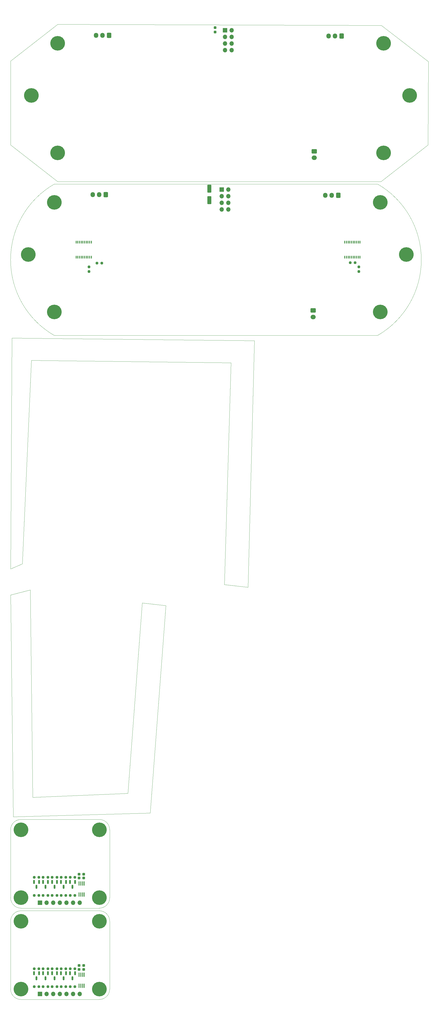
<source format=gbr>
%TF.GenerationSoftware,KiCad,Pcbnew,7.0.6-7.0.6~ubuntu20.04.1*%
%TF.CreationDate,2023-07-11T09:35:53+02:00*%
%TF.ProjectId,output_panel2023-07-11_073542.8350490000,6f757470-7574-45f7-9061-6e656c323032,rev?*%
%TF.SameCoordinates,Original*%
%TF.FileFunction,Soldermask,Bot*%
%TF.FilePolarity,Negative*%
%FSLAX45Y45*%
G04 Gerber Fmt 4.5, Leading zero omitted, Abs format (unit mm)*
G04 Created by KiCad (PCBNEW 7.0.6-7.0.6~ubuntu20.04.1) date 2023-07-11 09:35:53*
%MOMM*%
%LPD*%
G01*
G04 APERTURE LIST*
G04 Aperture macros list*
%AMRoundRect*
0 Rectangle with rounded corners*
0 $1 Rounding radius*
0 $2 $3 $4 $5 $6 $7 $8 $9 X,Y pos of 4 corners*
0 Add a 4 corners polygon primitive as box body*
4,1,4,$2,$3,$4,$5,$6,$7,$8,$9,$2,$3,0*
0 Add four circle primitives for the rounded corners*
1,1,$1+$1,$2,$3*
1,1,$1+$1,$4,$5*
1,1,$1+$1,$6,$7*
1,1,$1+$1,$8,$9*
0 Add four rect primitives between the rounded corners*
20,1,$1+$1,$2,$3,$4,$5,0*
20,1,$1+$1,$4,$5,$6,$7,0*
20,1,$1+$1,$6,$7,$8,$9,0*
20,1,$1+$1,$8,$9,$2,$3,0*%
G04 Aperture macros list end*
%TA.AperFunction,Profile*%
%ADD10C,0.050000*%
%TD*%
%TA.AperFunction,Profile*%
%ADD11C,0.100000*%
%TD*%
%ADD12R,1.700000X1.700000*%
%ADD13O,1.700000X1.700000*%
%ADD14RoundRect,0.250000X0.600000X0.725000X-0.600000X0.725000X-0.600000X-0.725000X0.600000X-0.725000X0*%
%ADD15O,1.700000X1.950000*%
%ADD16C,5.600000*%
%ADD17RoundRect,0.237500X-0.250000X-0.237500X0.250000X-0.237500X0.250000X0.237500X-0.250000X0.237500X0*%
%ADD18RoundRect,0.237500X0.300000X0.237500X-0.300000X0.237500X-0.300000X-0.237500X0.300000X-0.237500X0*%
%ADD19RoundRect,0.250000X-0.750000X0.600000X-0.750000X-0.600000X0.750000X-0.600000X0.750000X0.600000X0*%
%ADD20O,2.000000X1.700000*%
%ADD21R,0.400000X1.000000*%
%ADD22RoundRect,0.150000X-0.150000X0.587500X-0.150000X-0.587500X0.150000X-0.587500X0.150000X0.587500X0*%
%ADD23RoundRect,0.100000X-0.100000X0.712500X-0.100000X-0.712500X0.100000X-0.712500X0.100000X0.712500X0*%
%ADD24RoundRect,0.237500X-0.237500X0.300000X-0.237500X-0.300000X0.237500X-0.300000X0.237500X0.300000X0*%
%ADD25RoundRect,0.237500X0.237500X-0.250000X0.237500X0.250000X-0.237500X0.250000X-0.237500X-0.250000X0*%
%ADD26RoundRect,0.237500X0.250000X0.237500X-0.250000X0.237500X-0.250000X-0.237500X0.250000X-0.237500X0*%
%ADD27RoundRect,0.250000X-0.550000X1.250000X-0.550000X-1.250000X0.550000X-1.250000X0.550000X1.250000X0*%
G04 APERTURE END LIST*
D10*
X4549997Y-29518003D02*
X899996Y-29668003D01*
D11*
X1723822Y-6170000D02*
X14123822Y-6170000D01*
D10*
X9149999Y-21619997D02*
X8249999Y-21519997D01*
D11*
X3450000Y-33917982D02*
G75*
G03*
X3850000Y-33517982I0J400000D01*
G01*
X50000Y-1450000D02*
X1850000Y-50000D01*
D10*
X8249999Y-21519997D02*
X8499999Y-13019997D01*
X49996Y-21918003D02*
X149997Y-30418003D01*
D11*
X16050000Y-4670000D02*
X14250000Y-6070000D01*
X50000Y-37017982D02*
G75*
G03*
X450000Y-37417982I400000J0D01*
G01*
D10*
X1723822Y-6170000D02*
G75*
G03*
X1723822Y-11970000I1674316J-2900000D01*
G01*
D11*
X3849998Y-34417982D02*
G75*
G03*
X3450000Y-34017982I-399998J2D01*
G01*
D10*
X9399999Y-12169997D02*
X9149999Y-21619997D01*
D11*
X14250000Y-6070000D02*
X1850000Y-6070000D01*
D10*
X5999996Y-22318003D02*
X5099997Y-22218003D01*
D11*
X1850000Y-50000D02*
X14270000Y-90000D01*
X450000Y-30517982D02*
G75*
G03*
X50000Y-30917982I0J-400000D01*
G01*
X3849998Y-30917982D02*
G75*
G03*
X3450000Y-30517982I-399998J2D01*
G01*
X3450000Y-37417982D02*
X450000Y-37417982D01*
X450000Y-34017982D02*
G75*
G03*
X50000Y-34417982I0J-400000D01*
G01*
D10*
X8499999Y-13019997D02*
X849999Y-12919997D01*
D11*
X50000Y-33517982D02*
G75*
G03*
X450000Y-33917982I400000J0D01*
G01*
D10*
X14123822Y-11970000D02*
G75*
G03*
X14123822Y-6170000I-1674316J2900000D01*
G01*
X499999Y-20719997D02*
X49999Y-20919997D01*
D11*
X3450000Y-33917982D02*
X450000Y-33917982D01*
X14270000Y-90000D02*
X16070000Y-1480000D01*
D10*
X49999Y-20919997D02*
X99999Y-12069997D01*
D11*
X3450000Y-37417982D02*
G75*
G03*
X3850000Y-37017982I0J400000D01*
G01*
X450000Y-30517982D02*
X3450000Y-30517982D01*
D10*
X99999Y-12069997D02*
X9399999Y-12169997D01*
X5399997Y-30268003D02*
X5999996Y-22318003D01*
X799996Y-21718003D02*
X49996Y-21918003D01*
X149997Y-30418003D02*
X5399997Y-30268003D01*
D11*
X50000Y-37017982D02*
X50000Y-34417982D01*
X16070000Y-1480000D02*
X16050000Y-4670000D01*
D10*
X899996Y-29668003D02*
X799996Y-21718003D01*
D11*
X1723822Y-11970000D02*
X14123822Y-11970000D01*
D10*
X849999Y-12919997D02*
X499999Y-20719997D01*
D11*
X3850000Y-30917982D02*
X3850000Y-33517982D01*
X3850000Y-34417982D02*
X3850000Y-37017982D01*
X1850000Y-6070000D02*
X50000Y-4670000D01*
D10*
X5099997Y-22218003D02*
X4549997Y-29518003D01*
D11*
X450000Y-34017982D02*
X3450000Y-34017982D01*
X50000Y-4670000D02*
X50000Y-1450000D01*
X50000Y-33517982D02*
X50000Y-30917982D01*
D12*
X1175000Y-37207982D03*
D13*
X1429000Y-37207982D03*
X1683000Y-37207982D03*
X1937000Y-37207982D03*
X2191000Y-37207982D03*
X2445000Y-37207982D03*
X2699000Y-37207982D03*
D14*
X12614222Y-6596200D03*
D15*
X12364222Y-6596200D03*
X12114222Y-6596200D03*
D14*
X3825000Y-472500D03*
D15*
X3575000Y-472500D03*
X3325000Y-472500D03*
D16*
X14223822Y-6870000D03*
X450000Y-37017982D03*
X450000Y-30917982D03*
X15223822Y-8870000D03*
X3450000Y-34417982D03*
X3450000Y-37017982D03*
X450000Y-33517982D03*
X1723822Y-6870000D03*
X3450000Y-33517982D03*
X3450000Y-30917982D03*
X1850000Y-770000D03*
X723822Y-8870000D03*
X850000Y-2770000D03*
D14*
X12740400Y-496200D03*
D15*
X12490400Y-496200D03*
X12240400Y-496200D03*
D14*
X3698822Y-6572500D03*
D15*
X3448822Y-6572500D03*
X3198822Y-6572500D03*
D16*
X14223822Y-11070000D03*
X15350000Y-2770000D03*
X1723822Y-11070000D03*
D12*
X8143822Y-6376000D03*
D13*
X8397822Y-6376000D03*
X8143822Y-6630000D03*
X8397822Y-6630000D03*
X8143822Y-6884000D03*
X8397822Y-6884000D03*
X8143822Y-7138000D03*
X8397822Y-7138000D03*
D16*
X14350000Y-4970000D03*
D12*
X8270000Y-276000D03*
D13*
X8524000Y-276000D03*
X8270000Y-530000D03*
X8524000Y-530000D03*
X8270000Y-784000D03*
X8524000Y-784000D03*
X8270000Y-1038000D03*
X8524000Y-1038000D03*
D16*
X14350000Y-770000D03*
X450000Y-34417982D03*
D12*
X1175000Y-33707982D03*
D13*
X1429000Y-33707982D03*
X1683000Y-33707982D03*
X1937000Y-33707982D03*
X2191000Y-33707982D03*
X2445000Y-33707982D03*
X2699000Y-33707982D03*
D16*
X1850000Y-4970000D03*
D17*
X13073572Y-9180000D03*
X13256072Y-9180000D03*
D18*
X2851250Y-36112982D03*
X2678750Y-36112982D03*
D17*
X1643750Y-33427982D03*
X1826250Y-33427982D03*
X1643750Y-32737982D03*
X1826250Y-32737982D03*
X1298750Y-36237982D03*
X1481250Y-36237982D03*
D19*
X11690000Y-4910000D03*
D20*
X11690000Y-5160000D03*
D18*
X2851250Y-32762982D03*
X2678750Y-32762982D03*
D17*
X1298750Y-32737982D03*
X1481250Y-32737982D03*
X2333750Y-32737982D03*
X2516250Y-32737982D03*
D21*
X13447322Y-8970000D03*
X13382322Y-8970000D03*
X13317322Y-8970000D03*
X13252322Y-8970000D03*
X13187322Y-8970000D03*
X13122322Y-8970000D03*
X13057322Y-8970000D03*
X12992322Y-8970000D03*
X12927322Y-8970000D03*
X12862322Y-8970000D03*
X12862322Y-8390000D03*
X12927322Y-8390000D03*
X12992322Y-8390000D03*
X13057322Y-8390000D03*
X13122322Y-8390000D03*
X13187322Y-8390000D03*
X13252322Y-8390000D03*
X13317322Y-8390000D03*
X13382322Y-8390000D03*
X13447322Y-8390000D03*
D17*
X1643750Y-36237982D03*
X1826250Y-36237982D03*
D22*
X950000Y-36414232D03*
X1140000Y-36414232D03*
X1045000Y-36601732D03*
D17*
X1988750Y-36237982D03*
X2171250Y-36237982D03*
D23*
X2678750Y-36471732D03*
X2743750Y-36471732D03*
X2808750Y-36471732D03*
X2873750Y-36471732D03*
X2873750Y-36894232D03*
X2808750Y-36894232D03*
X2743750Y-36894232D03*
X2678750Y-36894232D03*
D22*
X1295000Y-36414232D03*
X1485000Y-36414232D03*
X1390000Y-36601732D03*
D17*
X2333750Y-36927982D03*
X2516250Y-36927982D03*
X2333750Y-36237982D03*
X2516250Y-36237982D03*
D24*
X7890000Y-170000D03*
X7890000Y-342500D03*
D17*
X2333750Y-33427982D03*
X2516250Y-33427982D03*
D22*
X1295000Y-32914232D03*
X1485000Y-32914232D03*
X1390000Y-33101732D03*
X2330000Y-32914232D03*
X2520000Y-32914232D03*
X2425000Y-33101732D03*
X1985000Y-36414232D03*
X2175000Y-36414232D03*
X2080000Y-36601732D03*
X1640000Y-32914232D03*
X1830000Y-32914232D03*
X1735000Y-33101732D03*
D18*
X2851250Y-32612982D03*
X2678750Y-32612982D03*
D22*
X1985000Y-32914232D03*
X2175000Y-32914232D03*
X2080000Y-33101732D03*
X1640000Y-36414232D03*
X1830000Y-36414232D03*
X1735000Y-36601732D03*
D21*
X3147322Y-8970000D03*
X3082322Y-8970000D03*
X3017322Y-8970000D03*
X2952322Y-8970000D03*
X2887322Y-8970000D03*
X2822322Y-8970000D03*
X2757322Y-8970000D03*
X2692322Y-8970000D03*
X2627322Y-8970000D03*
X2562322Y-8970000D03*
X2562322Y-8390000D03*
X2627322Y-8390000D03*
X2692322Y-8390000D03*
X2757322Y-8390000D03*
X2822322Y-8390000D03*
X2887322Y-8390000D03*
X2952322Y-8390000D03*
X3017322Y-8390000D03*
X3082322Y-8390000D03*
X3147322Y-8390000D03*
D18*
X2851250Y-36262982D03*
X2678750Y-36262982D03*
D22*
X2330000Y-36414232D03*
X2520000Y-36414232D03*
X2425000Y-36601732D03*
D17*
X1988750Y-36927982D03*
X2171250Y-36927982D03*
X953750Y-33427982D03*
X1136250Y-33427982D03*
X953750Y-32737982D03*
X1136250Y-32737982D03*
D23*
X2678750Y-32971732D03*
X2743750Y-32971732D03*
X2808750Y-32971732D03*
X2873750Y-32971732D03*
X2873750Y-33394232D03*
X2808750Y-33394232D03*
X2743750Y-33394232D03*
X2678750Y-33394232D03*
D17*
X1643750Y-36927982D03*
X1826250Y-36927982D03*
X1988750Y-32737982D03*
X2171250Y-32737982D03*
X1298750Y-36927982D03*
X1481250Y-36927982D03*
D25*
X3054822Y-9521250D03*
X3054822Y-9338750D03*
D26*
X3546072Y-9200000D03*
X3363572Y-9200000D03*
D17*
X1298750Y-33427982D03*
X1481250Y-33427982D03*
D19*
X11651322Y-11010000D03*
D20*
X11651322Y-11260000D03*
D17*
X953750Y-36927982D03*
X1136250Y-36927982D03*
X953750Y-36237982D03*
X1136250Y-36237982D03*
D25*
X13404822Y-9521250D03*
X13404822Y-9338750D03*
D17*
X1988750Y-33427982D03*
X2171250Y-33427982D03*
D22*
X950000Y-32914232D03*
X1140000Y-32914232D03*
X1045000Y-33101732D03*
D27*
X7666822Y-6347000D03*
X7666822Y-6787000D03*
M02*

</source>
